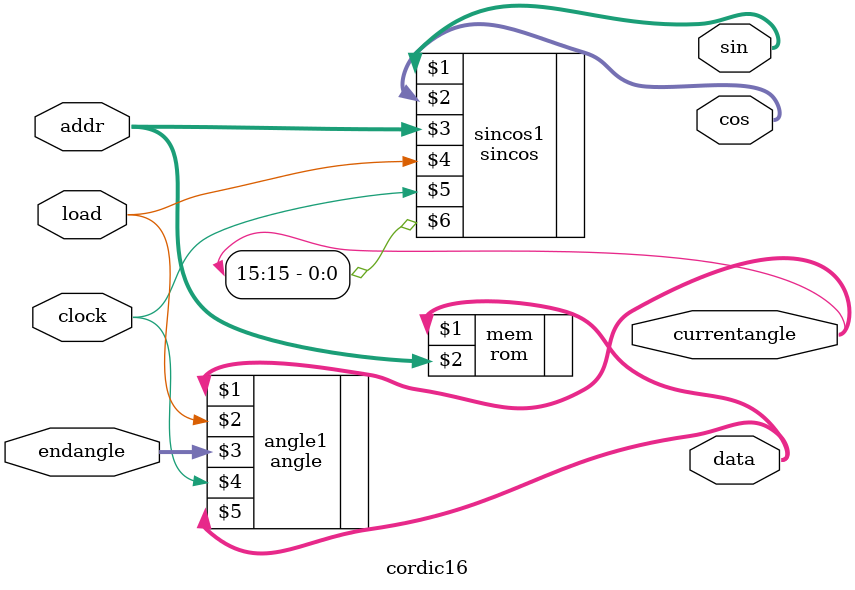
<source format=v>
module cordic16 (sin, cos, data, currentangle, endangle, addr, load, clock);

   input [15:0]  endangle;
   input 	 clock;
   input [3:0] 	 addr;
   input 	 load;

   output [15:0] sin, cos;
   output [15:0] data, currentangle;

   angle angle1 (currentangle, load, endangle, clock, data);
   sincos sincos1 (sin, cos, addr, load, clock, currentangle[15]);
   rom mem (data, addr);   
   
endmodule // cordic

</source>
